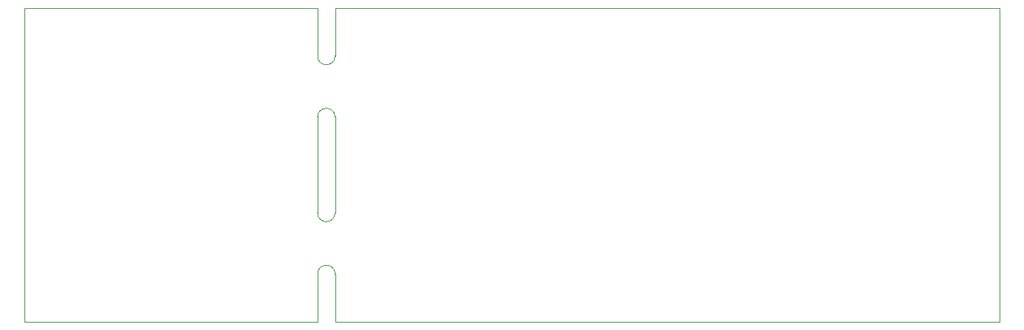
<source format=gbr>
G04 #@! TF.GenerationSoftware,KiCad,Pcbnew,(5.1.2)-1*
G04 #@! TF.CreationDate,2019-11-21T17:45:34-03:00*
G04 #@! TF.ProjectId,M_dulo Stick LPC1769,4df36475-6c6f-4205-9374-69636b204c50,v1.0*
G04 #@! TF.SameCoordinates,Original*
G04 #@! TF.FileFunction,Profile,NP*
%FSLAX46Y46*%
G04 Gerber Fmt 4.6, Leading zero omitted, Abs format (unit mm)*
G04 Created by KiCad (PCBNEW (5.1.2)-1) date 2019-11-21 17:45:34*
%MOMM*%
%LPD*%
G04 APERTURE LIST*
%ADD10C,0.050000*%
G04 APERTURE END LIST*
D10*
X152500000Y-101000000D02*
G75*
G02X154500000Y-101000000I1000000J0D01*
G01*
X154500000Y-112000000D02*
G75*
G02X152500000Y-112000000I-1000000J0D01*
G01*
X152500000Y-101000000D02*
X152500000Y-112000000D01*
X154500000Y-112000000D02*
X154500000Y-101000000D01*
X230500000Y-88500000D02*
X154500000Y-88500000D01*
X230500000Y-124500000D02*
X230500000Y-88500000D01*
X154500000Y-124500000D02*
X230500000Y-124500000D01*
X119000000Y-124500000D02*
X152500000Y-124500000D01*
X119000000Y-88500000D02*
X119000000Y-124500000D01*
X152500000Y-88500000D02*
X119000000Y-88500000D01*
X154500000Y-88500000D02*
X154500000Y-94000000D01*
X154500000Y-94000000D02*
G75*
G02X152500000Y-94000000I-1000000J0D01*
G01*
X152500000Y-88500000D02*
X152500000Y-94000000D01*
X152500000Y-119000000D02*
G75*
G02X154500000Y-119000000I1000000J0D01*
G01*
X154500000Y-124500000D02*
X154500000Y-119000000D01*
X152500000Y-124500000D02*
X152500000Y-119000000D01*
M02*

</source>
